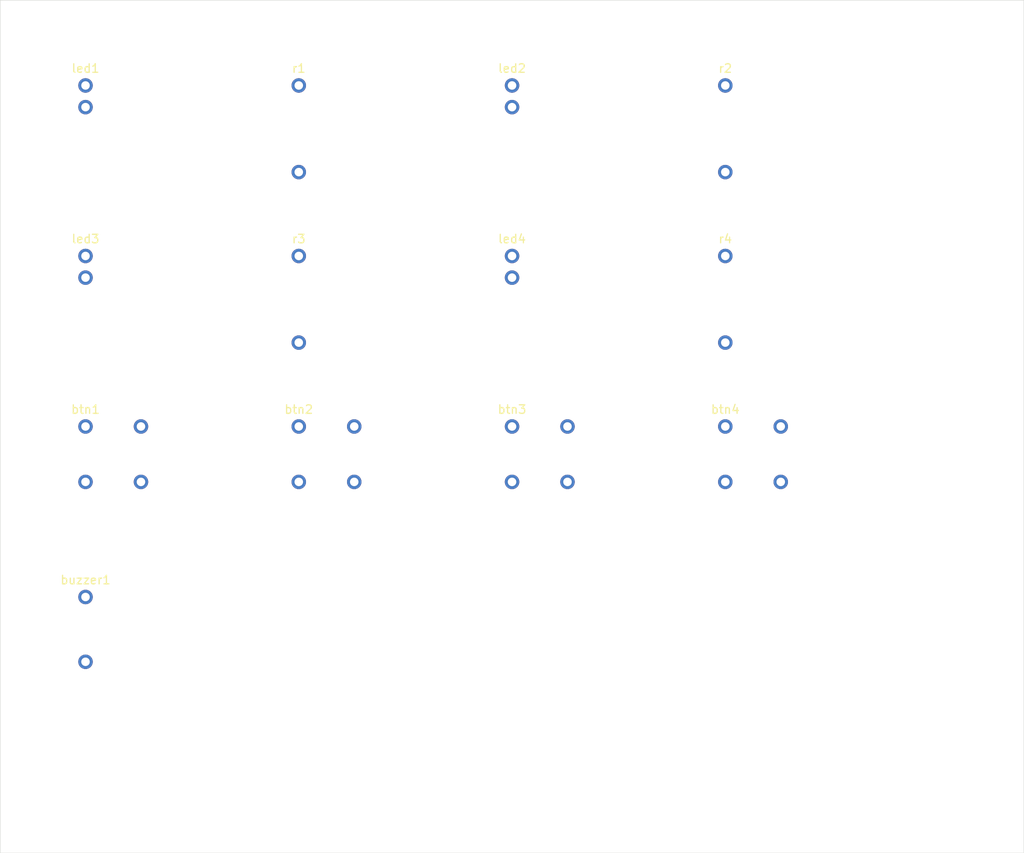
<source format=kicad_pcb>
(kicad_pcb (version 20240108) (generator sparkbench) (generator_version "1.0")
  (layers (0 F.Cu signal) (31 B.Cu signal) (36 B.SilkS user) (37 F.SilkS user) (38 B.Mask user) (39 F.Mask user) (44 Edge.Cuts user))
  (title_block (title "Sparkbench PCB Editor Alpha"))
  (net 0 "")
  (net 1 Net-1)
  (net 2 Net-2)
  (net 3 Net-3)
  (net 4 Net-4)
  (net 5 Net-5)
  (net 6 Net-6)
  (net 7 Net-7)
  (net 8 Net-8)
  (net 9 Net-9)
  (net 10 Net-10)
  (net 11 Net-11)
  (net 12 Net-12)
  (net 13 Net-13)
  (net 14 Net-14)
  (net 15 Net-15)
  (net 16 Net-16)
  (gr_line (start 0 0) (end 120 0) (layer Edge.Cuts) (stroke (width 0.05)))
  (gr_line (start 120 0) (end 120 100) (layer Edge.Cuts) (stroke (width 0.05)))
  (gr_line (start 120 100) (end 0 100) (layer Edge.Cuts) (stroke (width 0.05)))
  (gr_line (start 0 100) (end 0 0) (layer Edge.Cuts) (stroke (width 0.05)))
  (footprint LED-THT-3mm (layer F.Cu) (at 10 10)
    (fp_text reference led1 (at 0 -2) (layer F.SilkS))
    (fp_text value LED-THT-3mm)
    (pad led1:1 thru_hole circle (at 0 0) (size 1.7 1.7) (layers F.Cu B.Cu) (drill 1))
    (pad led1:2 thru_hole circle (at 0 2.54) (size 1.7 1.7) (layers F.Cu B.Cu) (drill 1))
  )
  (footprint Axial-0.4in (layer F.Cu) (at 35 10)
    (fp_text reference r1 (at 0 -2) (layer F.SilkS))
    (fp_text value "220")
    (pad r1:1 thru_hole circle (at 0 0) (size 1.7 1.7) (layers F.Cu B.Cu) (drill 1) (net 1 Net-1))
    (pad r1:2 thru_hole circle (at 0 10.16) (size 1.7 1.7) (layers F.Cu B.Cu) (drill 1) (net 2 Net-2))
  )
  (footprint LED-THT-3mm (layer F.Cu) (at 60 10)
    (fp_text reference led2 (at 0 -2) (layer F.SilkS))
    (fp_text value LED-THT-3mm)
    (pad led2:1 thru_hole circle (at 0 0) (size 1.7 1.7) (layers F.Cu B.Cu) (drill 1))
    (pad led2:2 thru_hole circle (at 0 2.54) (size 1.7 1.7) (layers F.Cu B.Cu) (drill 1))
  )
  (footprint Axial-0.4in (layer F.Cu) (at 85 10)
    (fp_text reference r2 (at 0 -2) (layer F.SilkS))
    (fp_text value "220")
    (pad r2:1 thru_hole circle (at 0 0) (size 1.7 1.7) (layers F.Cu B.Cu) (drill 1) (net 4 Net-4))
    (pad r2:2 thru_hole circle (at 0 10.16) (size 1.7 1.7) (layers F.Cu B.Cu) (drill 1) (net 5 Net-5))
  )
  (footprint LED-THT-3mm (layer F.Cu) (at 10 30)
    (fp_text reference led3 (at 0 -2) (layer F.SilkS))
    (fp_text value LED-THT-3mm)
    (pad led3:1 thru_hole circle (at 0 0) (size 1.7 1.7) (layers F.Cu B.Cu) (drill 1))
    (pad led3:2 thru_hole circle (at 0 2.54) (size 1.7 1.7) (layers F.Cu B.Cu) (drill 1))
  )
  (footprint Axial-0.4in (layer F.Cu) (at 35 30)
    (fp_text reference r3 (at 0 -2) (layer F.SilkS))
    (fp_text value "220")
    (pad r3:1 thru_hole circle (at 0 0) (size 1.7 1.7) (layers F.Cu B.Cu) (drill 1) (net 6 Net-6))
    (pad r3:2 thru_hole circle (at 0 10.16) (size 1.7 1.7) (layers F.Cu B.Cu) (drill 1) (net 7 Net-7))
  )
  (footprint LED-THT-3mm (layer F.Cu) (at 60 30)
    (fp_text reference led4 (at 0 -2) (layer F.SilkS))
    (fp_text value LED-THT-3mm)
    (pad led4:1 thru_hole circle (at 0 0) (size 1.7 1.7) (layers F.Cu B.Cu) (drill 1))
    (pad led4:2 thru_hole circle (at 0 2.54) (size 1.7 1.7) (layers F.Cu B.Cu) (drill 1))
  )
  (footprint Axial-0.4in (layer F.Cu) (at 85 30)
    (fp_text reference r4 (at 0 -2) (layer F.SilkS))
    (fp_text value "220")
    (pad r4:1 thru_hole circle (at 0 0) (size 1.7 1.7) (layers F.Cu B.Cu) (drill 1) (net 9 Net-9))
    (pad r4:2 thru_hole circle (at 0 10.16) (size 1.7 1.7) (layers F.Cu B.Cu) (drill 1) (net 10 Net-10))
  )
  (footprint SW-THT-6mm (layer F.Cu) (at 10 50)
    (fp_text reference btn1 (at 0 -2) (layer F.SilkS))
    (fp_text value SW-THT-6mm)
    (pad btn1:1 thru_hole circle (at 0 0) (size 1.7 1.7) (layers F.Cu B.Cu) (drill 1))
    (pad btn1:2 thru_hole circle (at 6.5 0) (size 1.7 1.7) (layers F.Cu B.Cu) (drill 1))
    (pad btn1:3 thru_hole circle (at 0 6.5) (size 1.7 1.7) (layers F.Cu B.Cu) (drill 1))
    (pad btn1:4 thru_hole circle (at 6.5 6.5) (size 1.7 1.7) (layers F.Cu B.Cu) (drill 1))
  )
  (footprint SW-THT-6mm (layer F.Cu) (at 35 50)
    (fp_text reference btn2 (at 0 -2) (layer F.SilkS))
    (fp_text value SW-THT-6mm)
    (pad btn2:1 thru_hole circle (at 0 0) (size 1.7 1.7) (layers F.Cu B.Cu) (drill 1))
    (pad btn2:2 thru_hole circle (at 6.5 0) (size 1.7 1.7) (layers F.Cu B.Cu) (drill 1))
    (pad btn2:3 thru_hole circle (at 0 6.5) (size 1.7 1.7) (layers F.Cu B.Cu) (drill 1))
    (pad btn2:4 thru_hole circle (at 6.5 6.5) (size 1.7 1.7) (layers F.Cu B.Cu) (drill 1))
  )
  (footprint SW-THT-6mm (layer F.Cu) (at 60 50)
    (fp_text reference btn3 (at 0 -2) (layer F.SilkS))
    (fp_text value SW-THT-6mm)
    (pad btn3:1 thru_hole circle (at 0 0) (size 1.7 1.7) (layers F.Cu B.Cu) (drill 1))
    (pad btn3:2 thru_hole circle (at 6.5 0) (size 1.7 1.7) (layers F.Cu B.Cu) (drill 1))
    (pad btn3:3 thru_hole circle (at 0 6.5) (size 1.7 1.7) (layers F.Cu B.Cu) (drill 1))
    (pad btn3:4 thru_hole circle (at 6.5 6.5) (size 1.7 1.7) (layers F.Cu B.Cu) (drill 1))
  )
  (footprint SW-THT-6mm (layer F.Cu) (at 85 50)
    (fp_text reference btn4 (at 0 -2) (layer F.SilkS))
    (fp_text value SW-THT-6mm)
    (pad btn4:1 thru_hole circle (at 0 0) (size 1.7 1.7) (layers F.Cu B.Cu) (drill 1))
    (pad btn4:2 thru_hole circle (at 6.5 0) (size 1.7 1.7) (layers F.Cu B.Cu) (drill 1))
    (pad btn4:3 thru_hole circle (at 0 6.5) (size 1.7 1.7) (layers F.Cu B.Cu) (drill 1))
    (pad btn4:4 thru_hole circle (at 6.5 6.5) (size 1.7 1.7) (layers F.Cu B.Cu) (drill 1))
  )
  (footprint Buzzer-12mm (layer F.Cu) (at 10 70)
    (fp_text reference buzzer1 (at 0 -2) (layer F.SilkS))
    (fp_text value Buzzer-12mm)
    (pad buzzer1:1 thru_hole circle (at 0 0) (size 1.7 1.7) (layers F.Cu B.Cu) (drill 1) (net 14 Net-14))
    (pad buzzer1:2 thru_hole circle (at 0 7.6) (size 1.7 1.7) (layers F.Cu B.Cu) (drill 1) (net 16 Net-16))
  )
)
</source>
